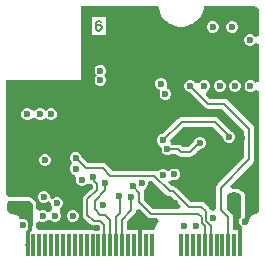
<source format=gbl>
G04*
G04 #@! TF.GenerationSoftware,Altium Limited,Altium Designer,22.8.2 (66)*
G04*
G04 Layer_Physical_Order=6*
G04 Layer_Color=16711680*
%FSLAX25Y25*%
%MOIN*%
G70*
G04*
G04 #@! TF.SameCoordinates,744AB1CC-70DD-4D7F-AE9B-81A1BAE70893*
G04*
G04*
G04 #@! TF.FilePolarity,Positive*
G04*
G01*
G75*
%ADD40C,0.00787*%
%ADD43C,0.00764*%
%ADD44C,0.01181*%
%ADD47C,0.02362*%
%ADD48R,0.01378X0.07677*%
G36*
X78734Y85804D02*
X79337Y85672D01*
X79904Y85429D01*
X80415Y85084D01*
X80739Y84759D01*
Y75627D01*
X79558Y75392D01*
X79504Y75525D01*
X78950Y76078D01*
X78226Y76378D01*
X77443D01*
X76720Y76078D01*
X76166Y75525D01*
X75866Y74801D01*
Y74018D01*
X76166Y73295D01*
X76720Y72741D01*
X77443Y72441D01*
X78226D01*
X78950Y72741D01*
X79504Y73295D01*
X79558Y73427D01*
X80739Y73192D01*
Y60558D01*
X79872Y60257D01*
X79558Y60233D01*
X79068Y60724D01*
X78344Y61024D01*
X77561D01*
X76838Y60724D01*
X76284Y60170D01*
X75984Y59447D01*
Y58664D01*
X76284Y57940D01*
X76838Y57386D01*
X77561Y57087D01*
X78344D01*
X79068Y57386D01*
X79558Y57877D01*
X79587Y57877D01*
X79866Y57855D01*
X80739Y57553D01*
X80739Y17376D01*
X79890Y16540D01*
X79523Y16480D01*
X79419Y16441D01*
X79311Y16414D01*
X78641Y16098D01*
X78522Y16010D01*
X78401Y15925D01*
X77890Y15388D01*
X77812Y15263D01*
X77730Y15140D01*
X77449Y14454D01*
X77427Y14345D01*
X77394Y14239D01*
X77352Y13869D01*
X77356Y13824D01*
X77347Y13780D01*
Y13700D01*
X76166Y13188D01*
X75731Y13595D01*
X75655Y14396D01*
X75655Y14396D01*
X75916Y14787D01*
X76007Y15248D01*
X76007Y15248D01*
X76007Y22370D01*
X76007Y22370D01*
X76007Y22370D01*
X76007Y22835D01*
X75984Y22953D01*
X75983Y23073D01*
X75938Y23181D01*
X75916Y23295D01*
X75849Y23396D01*
X75802Y23507D01*
X75719Y23589D01*
X75655Y23686D01*
X75554Y23753D01*
X75469Y23838D01*
X75058Y24111D01*
X74999Y24135D01*
X74951Y24174D01*
X74546Y24386D01*
X74452Y24414D01*
X74368Y24462D01*
X73766Y24663D01*
X73669Y24675D01*
X73578Y24709D01*
X72951Y24811D01*
X72854Y24807D01*
X72758Y24826D01*
X72124Y24826D01*
X72028Y24807D01*
X71931Y24811D01*
X71738Y24779D01*
X71050Y25694D01*
X71026Y25842D01*
X78694Y33510D01*
X79043Y34031D01*
X79165Y34646D01*
X79165Y34646D01*
Y44882D01*
X79165Y44882D01*
X79043Y45496D01*
X78694Y46017D01*
X78694Y46017D01*
X70427Y54285D01*
X69906Y54633D01*
X69291Y54755D01*
X69291Y54755D01*
X64445D01*
X63205Y55995D01*
X63205Y55997D01*
X63551Y57319D01*
X63714Y57386D01*
X64267Y57940D01*
X64567Y58664D01*
Y59447D01*
X64267Y60170D01*
X63714Y60724D01*
X62990Y61024D01*
X62207D01*
X61483Y60724D01*
X60930Y60170D01*
X60875Y60039D01*
X59597D01*
X59543Y60170D01*
X58989Y60724D01*
X58266Y61024D01*
X57482D01*
X56759Y60724D01*
X56205Y60170D01*
X55905Y59447D01*
Y58664D01*
X56205Y57940D01*
X56759Y57386D01*
X57482Y57087D01*
X57572D01*
X62644Y52014D01*
X62644Y52014D01*
X63165Y51666D01*
X63779Y51544D01*
X68626D01*
X75953Y44217D01*
Y35311D01*
X66975Y26332D01*
X66627Y25811D01*
X66505Y25197D01*
X66505Y25197D01*
Y18170D01*
X65547Y17353D01*
X64638Y17602D01*
X64476Y17937D01*
X64127Y18458D01*
X62634Y19952D01*
X62113Y20300D01*
X61498Y20422D01*
X61498Y20422D01*
X58024D01*
X53290Y25156D01*
X52769Y25504D01*
X52154Y25627D01*
X52154Y25627D01*
X51650D01*
X50455Y26821D01*
X50498Y27136D01*
X50952Y27513D01*
X51726Y27806D01*
X52167Y27623D01*
X52951D01*
X53674Y27923D01*
X54228Y28476D01*
X54527Y29200D01*
Y29983D01*
X54228Y30707D01*
X53674Y31260D01*
X52951Y31560D01*
X52167D01*
X51444Y31260D01*
X51429Y31245D01*
X50722Y30793D01*
X49934Y31196D01*
X49210Y31496D01*
X48427D01*
X47704Y31196D01*
X47150Y30643D01*
X46394Y30709D01*
X45780Y30831D01*
X45780Y30831D01*
X31914D01*
X29840Y32905D01*
X29319Y33253D01*
X28705Y33376D01*
X28705Y33376D01*
X23811D01*
X21582Y35605D01*
X21354Y36154D01*
X20800Y36708D01*
X20077Y37008D01*
X19294D01*
X18570Y36708D01*
X18016Y36154D01*
X17717Y35431D01*
Y34648D01*
X18016Y33924D01*
X18495Y33268D01*
X18016Y32611D01*
X17717Y31888D01*
Y31104D01*
X18016Y30381D01*
X18570Y29827D01*
X19294Y29528D01*
X19441Y29382D01*
X19951Y28346D01*
X19808Y27999D01*
Y27216D01*
X20107Y26493D01*
X20661Y25939D01*
X21385Y25639D01*
X22168D01*
X22891Y25939D01*
X23207Y26254D01*
X23712Y26310D01*
X24450Y25736D01*
X24512Y24405D01*
X22487Y22379D01*
X22139Y21858D01*
X22016Y21244D01*
X22016Y21244D01*
Y16142D01*
X22016Y16142D01*
X22139Y15527D01*
X22487Y15006D01*
X24561Y12932D01*
X24561Y12932D01*
X25082Y12584D01*
X25697Y12461D01*
X26277D01*
X26490Y12203D01*
X25932Y11022D01*
X7328D01*
X7077Y11271D01*
X6540Y12203D01*
X6565Y12329D01*
Y13390D01*
X6994Y13691D01*
X7746Y13996D01*
X8270Y13780D01*
X9053D01*
X9776Y14079D01*
X9989Y14292D01*
X10728Y14514D01*
X11467Y14292D01*
X11680Y14079D01*
X12404Y13780D01*
X13187D01*
X13910Y14079D01*
X14464Y14633D01*
X14764Y15357D01*
Y16140D01*
X14464Y16863D01*
X14390Y16937D01*
X14612Y18307D01*
X14620Y18311D01*
X15174Y18865D01*
X15473Y19588D01*
Y20371D01*
X15174Y21095D01*
X14620Y21648D01*
X13896Y21948D01*
X13113D01*
X12390Y21648D01*
X12115Y21374D01*
X11898Y21430D01*
X11024Y21953D01*
Y22439D01*
X10724Y23162D01*
X10170Y23716D01*
X9447Y24016D01*
X8664D01*
X7940Y23716D01*
X7386Y23162D01*
X7087Y22439D01*
Y21656D01*
X7386Y20932D01*
X7940Y20378D01*
X8664Y20079D01*
X9447D01*
X10170Y20378D01*
X10445Y20653D01*
X10661Y20597D01*
X11536Y20074D01*
Y19588D01*
X11836Y18865D01*
X11910Y18790D01*
X11715Y17586D01*
X10666Y17001D01*
X9989Y17204D01*
X9776Y17417D01*
X9053Y17717D01*
X8270D01*
X7746Y17500D01*
X6994Y17805D01*
X6565Y18106D01*
Y19442D01*
X6538Y19579D01*
X6533Y19719D01*
X6472Y19978D01*
X6402Y20130D01*
X6351Y20288D01*
X6092Y20754D01*
X5984Y20881D01*
X5891Y21020D01*
X5514Y21397D01*
X5376Y21489D01*
X5249Y21597D01*
X4958Y21759D01*
X4866Y21789D01*
X4784Y21839D01*
X4350Y21997D01*
X4276Y22009D01*
X4208Y22039D01*
X4208Y22039D01*
X4113Y22042D01*
X4022Y22067D01*
X3979Y22062D01*
X3937Y22070D01*
X-2248Y22070D01*
X-2613Y22155D01*
X-3227Y22703D01*
X-3350Y22878D01*
X-3429Y23070D01*
X-3429Y61024D01*
X21339D01*
Y85811D01*
X46544D01*
X46599Y85727D01*
X47254D01*
X47318Y85018D01*
X47655Y83635D01*
X48258Y82346D01*
X48646Y81819D01*
X48650Y81819D01*
X48829Y81797D01*
X48885Y81741D01*
X48929Y81675D01*
X49884Y80720D01*
X49950Y80676D01*
X50006Y80620D01*
X51129Y79870D01*
X51202Y79840D01*
X51268Y79796D01*
X52516Y79279D01*
X52593Y79264D01*
X52666Y79233D01*
X52949Y79177D01*
X53121Y78984D01*
X53123Y78978D01*
X54125Y78833D01*
X54837Y78837D01*
X55549Y78833D01*
X56544Y78977D01*
X56548Y78986D01*
X56720Y79182D01*
X56980Y79233D01*
X57053Y79264D01*
X57130Y79279D01*
X58378Y79796D01*
X58444Y79840D01*
X58517Y79870D01*
X59640Y80620D01*
X59696Y80676D01*
X59762Y80720D01*
X60717Y81675D01*
X60761Y81741D01*
X60817Y81797D01*
X61031Y81823D01*
X61416Y82346D01*
X62019Y83635D01*
X62356Y85018D01*
X62420Y85727D01*
Y85727D01*
X63037D01*
X63088Y85811D01*
X78435D01*
X78734Y85804D01*
D02*
G37*
G36*
X49849Y22886D02*
X49849Y22886D01*
X50370Y22538D01*
X50985Y22415D01*
X50985Y22415D01*
X51489D01*
X54672Y19232D01*
X54220Y18141D01*
X45515D01*
X42551Y21105D01*
Y23425D01*
X42482Y23768D01*
X42434Y24050D01*
X43016Y25170D01*
X43570Y25724D01*
X43870Y26448D01*
Y27231D01*
X44009Y27439D01*
X45221Y27514D01*
X49849Y22886D01*
D02*
G37*
G36*
X-2362Y20866D02*
X3937Y20866D01*
X3937Y20866D01*
X3937Y20866D01*
X3937Y20866D01*
X4371Y20707D01*
X4663Y20545D01*
X5040Y20168D01*
X5300Y19702D01*
X5361Y19442D01*
X5361Y12329D01*
X3987D01*
X3937Y12404D01*
Y13187D01*
X3637Y13910D01*
X3084Y14464D01*
X2360Y14764D01*
X1577D01*
X1406Y14693D01*
X949Y14897D01*
X787Y15354D01*
X787D01*
X787Y15354D01*
X772Y15391D01*
X737Y15461D01*
X737Y15461D01*
X698Y15530D01*
X698Y15530D01*
X654Y15596D01*
X654Y15596D01*
X631Y15628D01*
X522Y15755D01*
X258Y15960D01*
X-50Y16087D01*
X-382Y16127D01*
X-539Y16114D01*
X-1159Y16409D01*
X-1265Y16436D01*
X-1368Y16476D01*
X-1707Y16534D01*
X-2246Y16836D01*
X-2839Y17282D01*
X-3103Y17543D01*
X-3150Y18023D01*
Y20079D01*
X-3027Y20528D01*
X-2808Y20746D01*
X-2519Y20866D01*
X-2362Y20866D01*
D02*
G37*
G36*
X72758Y23622D02*
X73385Y23520D01*
X73987Y23320D01*
X74392Y23108D01*
X74803Y22835D01*
X74803Y22370D01*
X74803Y15248D01*
X74514Y14958D01*
X74214Y14235D01*
Y13452D01*
X74514Y12728D01*
X74803Y12439D01*
X74803Y11811D01*
X75092Y11522D01*
X74944Y11022D01*
X72163D01*
Y15269D01*
X72163Y15269D01*
X72041Y15883D01*
X71693Y16404D01*
X71693Y16404D01*
X70079Y18019D01*
Y22835D01*
X70333Y23025D01*
X70895Y23320D01*
X71497Y23520D01*
X72123Y23622D01*
X72758Y23622D01*
D02*
G37*
G36*
X43714Y15400D02*
X43714Y15400D01*
X44235Y15052D01*
X44849Y14930D01*
X44849Y14930D01*
X46873D01*
X47144Y14525D01*
X47330Y13749D01*
X46878Y13297D01*
X46704Y13036D01*
X46352Y12185D01*
X46329Y12069D01*
X46295Y11957D01*
X46249Y11496D01*
X45248Y11022D01*
X41156D01*
Y6002D01*
X40959D01*
Y11022D01*
X36645D01*
Y13902D01*
X39324Y16581D01*
X39672Y17102D01*
X39783Y17660D01*
X39952Y17773D01*
X40976Y18138D01*
X43714Y15400D01*
D02*
G37*
%LPC*%
G36*
X72242Y80709D02*
X71459D01*
X70735Y80409D01*
X70182Y79855D01*
X69882Y79132D01*
Y78349D01*
X70182Y77625D01*
X70735Y77071D01*
X71459Y76772D01*
X72242D01*
X72966Y77071D01*
X73519Y77625D01*
X73819Y78349D01*
Y79132D01*
X73519Y79855D01*
X72966Y80409D01*
X72242Y80709D01*
D02*
G37*
G36*
X65746D02*
X64963D01*
X64239Y80409D01*
X63686Y79855D01*
X63386Y79132D01*
Y78349D01*
X63686Y77625D01*
X64239Y77071D01*
X64963Y76772D01*
X65746D01*
X66469Y77071D01*
X67023Y77625D01*
X67323Y78349D01*
Y79132D01*
X67023Y79855D01*
X66469Y80409D01*
X65746Y80709D01*
D02*
G37*
G36*
X29705Y82086D02*
X25000D01*
Y76181D01*
X29705D01*
Y82086D01*
D02*
G37*
G36*
X28344Y66142D02*
X27561D01*
X26838Y65842D01*
X26284Y65288D01*
X25984Y64565D01*
Y63782D01*
X26284Y63058D01*
X26744Y62598D01*
X26284Y62139D01*
X25984Y61415D01*
Y60632D01*
X26284Y59909D01*
X26838Y59355D01*
X27561Y59055D01*
X28344D01*
X29068Y59355D01*
X29622Y59909D01*
X29921Y60632D01*
Y61415D01*
X29622Y62139D01*
X29162Y62598D01*
X29622Y63058D01*
X29921Y63782D01*
Y64565D01*
X29622Y65288D01*
X29068Y65842D01*
X28344Y66142D01*
D02*
G37*
G36*
X73226Y61024D02*
X72443D01*
X71720Y60724D01*
X71166Y60170D01*
X70866Y59447D01*
Y58664D01*
X71166Y57940D01*
X71720Y57386D01*
X72443Y57087D01*
X73226D01*
X73950Y57386D01*
X74503Y57940D01*
X74803Y58664D01*
Y59447D01*
X74503Y60170D01*
X73950Y60724D01*
X73226Y61024D01*
D02*
G37*
G36*
X68108D02*
X67325D01*
X66602Y60724D01*
X66048Y60170D01*
X65748Y59447D01*
Y58664D01*
X66048Y57940D01*
X66602Y57386D01*
X67325Y57087D01*
X68108D01*
X68832Y57386D01*
X69385Y57940D01*
X69685Y58664D01*
Y59447D01*
X69385Y60170D01*
X68832Y60724D01*
X68108Y61024D01*
D02*
G37*
G36*
X48423Y61811D02*
X47640D01*
X46916Y61511D01*
X46363Y60958D01*
X46063Y60234D01*
Y59451D01*
X46363Y58727D01*
X46916Y58174D01*
X47048Y58119D01*
X47640Y57650D01*
X47639Y56693D01*
X47638Y56691D01*
Y55908D01*
X47938Y55184D01*
X48491Y54630D01*
X49215Y54331D01*
X49998D01*
X50721Y54630D01*
X51275Y55184D01*
X51575Y55908D01*
Y56691D01*
X51275Y57414D01*
X50721Y57968D01*
X50590Y58023D01*
X49998Y58491D01*
X49999Y59448D01*
X50000Y59451D01*
Y60234D01*
X49700Y60958D01*
X49147Y61511D01*
X48423Y61811D01*
D02*
G37*
G36*
X11809Y51575D02*
X11026D01*
X10302Y51275D01*
X9646Y50796D01*
X8989Y51275D01*
X8266Y51575D01*
X7482D01*
X6759Y51275D01*
X6407Y50923D01*
X5709Y50805D01*
X5010Y50923D01*
X4658Y51275D01*
X3935Y51575D01*
X3152D01*
X2428Y51275D01*
X1874Y50721D01*
X1575Y49998D01*
Y49215D01*
X1874Y48491D01*
X2428Y47938D01*
X3152Y47638D01*
X3935D01*
X4658Y47938D01*
X5010Y48289D01*
X5709Y48407D01*
X6407Y48289D01*
X6759Y47938D01*
X7482Y47638D01*
X8266D01*
X8989Y47938D01*
X9646Y48416D01*
X10302Y47938D01*
X11026Y47638D01*
X11809D01*
X12532Y47938D01*
X13086Y48491D01*
X13386Y49215D01*
Y49998D01*
X13086Y50721D01*
X12532Y51275D01*
X11809Y51575D01*
D02*
G37*
G36*
X66282Y48697D02*
X54978D01*
X54368Y48576D01*
X53851Y48230D01*
X48533Y42913D01*
X48253D01*
X47529Y42614D01*
X46975Y42060D01*
X46676Y41336D01*
Y40553D01*
X46975Y39830D01*
X47529Y39276D01*
X48306Y38306D01*
Y37523D01*
X48606Y36799D01*
X49160Y36245D01*
X49883Y35946D01*
X50666D01*
X51390Y36245D01*
X51465Y36320D01*
X53211D01*
X53564Y35968D01*
X54081Y35622D01*
X54691Y35501D01*
X57855D01*
X58465Y35622D01*
X58982Y35968D01*
X61215Y38201D01*
X61415D01*
X62139Y38500D01*
X62692Y39054D01*
X62992Y39777D01*
Y40561D01*
X62692Y41284D01*
X62139Y41838D01*
X61415Y42138D01*
X60632D01*
X59909Y41838D01*
X59355Y41284D01*
X59055Y40561D01*
Y40549D01*
X57195Y38689D01*
X55351D01*
X54999Y39041D01*
X54482Y39387D01*
X53872Y39508D01*
X51465D01*
X51390Y39583D01*
X51371Y39603D01*
X51102Y40974D01*
X55638Y45510D01*
X65622D01*
X68898Y42234D01*
Y41734D01*
X69197Y41011D01*
X69751Y40457D01*
X70475Y40157D01*
X71258D01*
X71981Y40457D01*
X72535Y41011D01*
X72835Y41734D01*
Y42518D01*
X72535Y43241D01*
X71981Y43795D01*
X71749Y43891D01*
X67409Y48230D01*
X66892Y48576D01*
X66282Y48697D01*
D02*
G37*
G36*
X9837Y36340D02*
X9054D01*
X8331Y36041D01*
X7777Y35487D01*
X7477Y34763D01*
Y33980D01*
X7777Y33257D01*
X8331Y32703D01*
X9054Y32403D01*
X9837D01*
X10561Y32703D01*
X11114Y33257D01*
X11414Y33980D01*
Y34763D01*
X11114Y35487D01*
X10561Y36041D01*
X9837Y36340D01*
D02*
G37*
G36*
X19092Y17717D02*
X18309D01*
X17586Y17417D01*
X17032Y16863D01*
X16732Y16140D01*
Y15357D01*
X17032Y14633D01*
X17586Y14079D01*
X18309Y13780D01*
X19092D01*
X19816Y14079D01*
X20370Y14633D01*
X20669Y15357D01*
Y16140D01*
X20370Y16863D01*
X19816Y17417D01*
X19092Y17717D01*
D02*
G37*
%LPD*%
D40*
X50985Y24021D02*
X52154D01*
X57359Y18816D02*
X61498D01*
X45780Y29226D02*
X50985Y24021D01*
X52154D02*
X57359Y18816D01*
X62992Y13982D02*
Y17323D01*
X64653Y5999D02*
Y12322D01*
X61732Y13460D02*
X62684Y12509D01*
X61732Y13460D02*
Y15370D01*
X60567Y16535D02*
X61732Y15370D01*
X62684Y5999D02*
Y12509D01*
X62992Y13982D02*
X64653Y12322D01*
X61498Y18816D02*
X62992Y17323D01*
X3511Y16004D02*
Y18110D01*
X2756Y18865D02*
Y19291D01*
X3511Y16004D02*
X3767Y15748D01*
X2756Y18865D02*
X3511Y18110D01*
X31249Y29226D02*
X45780D01*
X44849Y16535D02*
X60567D01*
X40945Y20440D02*
X44849Y16535D01*
X68110Y25197D02*
X77559Y34646D01*
X69291Y53150D02*
X77559Y44882D01*
Y34646D02*
Y44882D01*
X68110Y17717D02*
X70558Y15269D01*
Y5999D02*
Y15269D01*
X68110Y17717D02*
Y25197D01*
X40945Y20440D02*
Y23425D01*
X38780Y25591D02*
X40945Y23425D01*
X34430Y16588D02*
Y22263D01*
X34252Y22441D02*
X34430Y22263D01*
X33156Y15313D02*
X34430Y16588D01*
X35039Y14567D02*
X38189Y17717D01*
Y22047D01*
X57874Y59055D02*
X63779Y53150D01*
X69291D01*
X19685Y35039D02*
X19876D01*
X23145Y31770D01*
X28705D01*
X25984Y18110D02*
Y20866D01*
X29370Y24252D02*
Y26575D01*
X25984Y20866D02*
X29370Y24252D01*
X23622Y16142D02*
X25697Y14067D01*
X23622Y21244D02*
X26811Y24433D01*
X23622Y16142D02*
Y21244D01*
X31188Y5999D02*
Y14481D01*
X29528Y16142D02*
X31188Y14481D01*
X27953Y16142D02*
X29528D01*
X25984Y18110D02*
X27953Y16142D01*
X29219Y5999D02*
Y12683D01*
X27835Y14067D02*
X29219Y12683D01*
X25697Y14067D02*
X27835D01*
X26811Y24433D02*
Y26390D01*
X25364Y28646D02*
X25665Y28345D01*
Y27536D02*
Y28345D01*
Y27536D02*
X26811Y26390D01*
X28705Y31770D02*
X31249Y29226D01*
X35039Y6084D02*
Y14567D01*
Y6084D02*
X35125Y5999D01*
X33156D02*
Y15313D01*
X28177Y80258D02*
X28027Y80558D01*
X27577Y80708D01*
X27278D01*
X26828Y80558D01*
X26528Y80108D01*
X26378Y79358D01*
Y78609D01*
X26528Y78009D01*
X26828Y77709D01*
X27278Y77559D01*
X27428D01*
X27877Y77709D01*
X28177Y78009D01*
X28327Y78459D01*
Y78609D01*
X28177Y79058D01*
X27877Y79358D01*
X27428Y79508D01*
X27278D01*
X26828Y79358D01*
X26528Y79058D01*
X26378Y78609D01*
D43*
X53872Y37914D02*
X54691Y37095D01*
X57855D02*
X60930Y40169D01*
X54691Y37095D02*
X57855D01*
X60930Y40169D02*
X61024D01*
X48644Y40945D02*
X48819D01*
X54978Y47104D01*
X50275Y37914D02*
X53872D01*
X54978Y47104D02*
X66282D01*
X70866Y42126D02*
Y42520D01*
X66282Y47104D02*
X70866Y42520D01*
D44*
X41031Y5999D02*
Y12598D01*
X38189D02*
X41031D01*
X72048Y17717D02*
Y19730D01*
X71822Y17942D02*
Y17942D01*
X72813Y20496D02*
Y20815D01*
X72048Y19730D02*
X72813Y20496D01*
X73624Y12783D02*
Y16140D01*
X74495Y5999D02*
Y11912D01*
X73624Y12783D02*
X74495Y11912D01*
X3629Y5999D02*
X3727Y6097D01*
Y10326D01*
X4528Y11127D02*
Y13855D01*
X3727Y10326D02*
X4528Y11127D01*
X4270Y14113D02*
X4528Y13855D01*
D47*
X54837Y77557D02*
D03*
X63105Y82675D02*
D03*
X46569D02*
D03*
X52756Y20079D02*
D03*
X61024Y36417D02*
D03*
X52559Y29592D02*
D03*
X61024Y40169D02*
D03*
X67716Y59055D02*
D03*
X62598D02*
D03*
X77953D02*
D03*
X72835D02*
D03*
X27953Y64173D02*
D03*
Y61024D02*
D03*
X65354Y78740D02*
D03*
X38189Y12598D02*
D03*
X44094D02*
D03*
X40354Y35734D02*
D03*
Y40655D02*
D03*
Y45576D02*
D03*
X30512D02*
D03*
Y40655D02*
D03*
Y35734D02*
D03*
X35433D02*
D03*
Y45576D02*
D03*
Y40655D02*
D03*
X59685Y12281D02*
D03*
X65354Y14961D02*
D03*
X2756Y19291D02*
D03*
X48644Y40945D02*
D03*
X50275Y37914D02*
D03*
X40551Y60772D02*
D03*
X48031Y59842D02*
D03*
X49606Y56299D02*
D03*
X35827Y59055D02*
D03*
X70866Y42126D02*
D03*
X23622Y66929D02*
D03*
X77049Y21654D02*
D03*
X71822Y17942D02*
D03*
X76183Y13843D02*
D03*
X75197Y41732D02*
D03*
X72813Y20815D02*
D03*
X9446Y34372D02*
D03*
X9055Y22047D02*
D03*
X10236Y18898D02*
D03*
X43701Y23622D02*
D03*
X41901Y26839D02*
D03*
X38780Y25591D02*
D03*
X34252Y22441D02*
D03*
X38189Y22047D02*
D03*
X19685Y35039D02*
D03*
Y31496D02*
D03*
X14961Y49606D02*
D03*
X22638Y51569D02*
D03*
X23209Y61634D02*
D03*
X11417Y49606D02*
D03*
X-197Y37795D02*
D03*
X28740Y19291D02*
D03*
X29370Y26575D02*
D03*
X3767Y15748D02*
D03*
X1969Y12795D02*
D03*
X40945Y83858D02*
D03*
X49213Y66929D02*
D03*
Y72835D02*
D03*
X-2165Y47244D02*
D03*
X23622Y72835D02*
D03*
Y78740D02*
D03*
X35039Y83858D02*
D03*
X29134D02*
D03*
X23622D02*
D03*
X-2165Y59055D02*
D03*
X26857Y11705D02*
D03*
X-2165Y41339D02*
D03*
Y53150D02*
D03*
X-394Y19291D02*
D03*
X71850Y82677D02*
D03*
Y78740D02*
D03*
X24449Y25411D02*
D03*
X18083Y20284D02*
D03*
X18701Y15748D02*
D03*
X12795D02*
D03*
X14173Y58268D02*
D03*
X10236D02*
D03*
X8661Y31102D02*
D03*
X14376Y43307D02*
D03*
X13505Y19980D02*
D03*
X21776Y27608D02*
D03*
X8661Y15748D02*
D03*
X1575Y23228D02*
D03*
X3543Y49606D02*
D03*
X7874D02*
D03*
X11417Y42520D02*
D03*
X25364Y28646D02*
D03*
X57874Y74410D02*
D03*
Y59055D02*
D03*
X72913Y74410D02*
D03*
X67992D02*
D03*
X77835D02*
D03*
X55905Y12500D02*
D03*
X48819Y29528D02*
D03*
X37402Y70472D02*
D03*
D48*
X3656Y6002D02*
D03*
X5624D02*
D03*
X7593D02*
D03*
X9561D02*
D03*
X11530D02*
D03*
X13498D02*
D03*
X15467D02*
D03*
X17435D02*
D03*
X19404D02*
D03*
X21372D02*
D03*
X23341D02*
D03*
X25309D02*
D03*
X27278D02*
D03*
X29246D02*
D03*
X31215D02*
D03*
X33183D02*
D03*
X35152D02*
D03*
X37120D02*
D03*
X39089D02*
D03*
X41058D02*
D03*
X43026D02*
D03*
X44995D02*
D03*
X54837D02*
D03*
X56806D02*
D03*
X58774D02*
D03*
X60743D02*
D03*
X62711D02*
D03*
X64680D02*
D03*
X66648D02*
D03*
X68617D02*
D03*
X70585D02*
D03*
X72554D02*
D03*
X74522D02*
D03*
M02*

</source>
